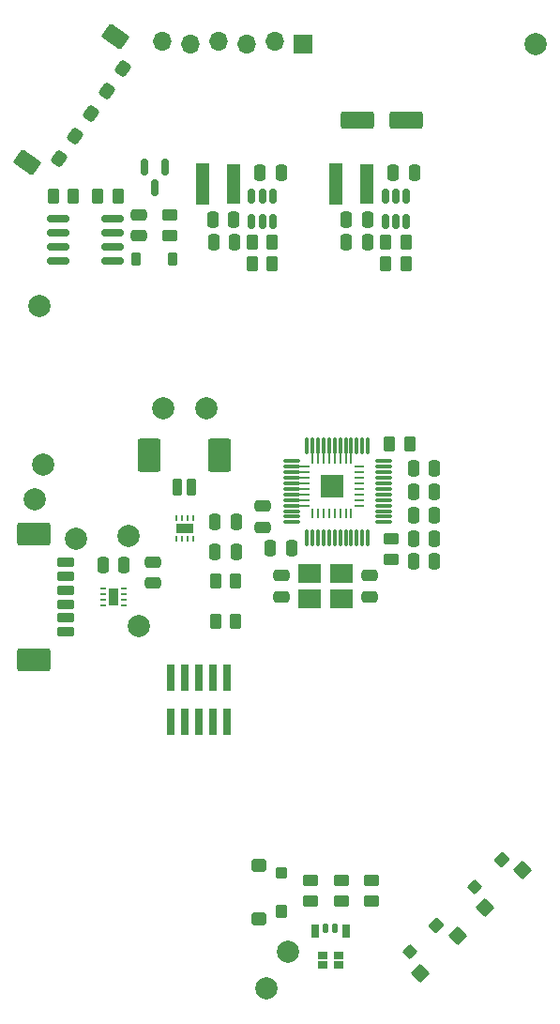
<source format=gbr>
G04 #@! TF.GenerationSoftware,KiCad,Pcbnew,9.0.0*
G04 #@! TF.CreationDate,2025-03-02T22:01:55-06:00*
G04 #@! TF.ProjectId,mobo,6d6f626f-2e6b-4696-9361-645f70636258,rev?*
G04 #@! TF.SameCoordinates,Original*
G04 #@! TF.FileFunction,Soldermask,Top*
G04 #@! TF.FilePolarity,Negative*
%FSLAX46Y46*%
G04 Gerber Fmt 4.6, Leading zero omitted, Abs format (unit mm)*
G04 Created by KiCad (PCBNEW 9.0.0) date 2025-03-02 22:01:55*
%MOMM*%
%LPD*%
G01*
G04 APERTURE LIST*
G04 Aperture macros list*
%AMRoundRect*
0 Rectangle with rounded corners*
0 $1 Rounding radius*
0 $2 $3 $4 $5 $6 $7 $8 $9 X,Y pos of 4 corners*
0 Add a 4 corners polygon primitive as box body*
4,1,4,$2,$3,$4,$5,$6,$7,$8,$9,$2,$3,0*
0 Add four circle primitives for the rounded corners*
1,1,$1+$1,$2,$3*
1,1,$1+$1,$4,$5*
1,1,$1+$1,$6,$7*
1,1,$1+$1,$8,$9*
0 Add four rect primitives between the rounded corners*
20,1,$1+$1,$2,$3,$4,$5,0*
20,1,$1+$1,$4,$5,$6,$7,0*
20,1,$1+$1,$6,$7,$8,$9,0*
20,1,$1+$1,$8,$9,$2,$3,0*%
G04 Aperture macros list end*
%ADD10C,2.000000*%
%ADD11RoundRect,0.250000X0.262500X0.450000X-0.262500X0.450000X-0.262500X-0.450000X0.262500X-0.450000X0*%
%ADD12RoundRect,0.250000X0.250000X0.475000X-0.250000X0.475000X-0.250000X-0.475000X0.250000X-0.475000X0*%
%ADD13RoundRect,0.250000X-0.250000X-0.475000X0.250000X-0.475000X0.250000X0.475000X-0.250000X0.475000X0*%
%ADD14RoundRect,0.100000X-0.250000X-0.500000X0.250000X-0.500000X0.250000X0.500000X-0.250000X0.500000X0*%
%ADD15RoundRect,0.100000X-0.150000X-0.300000X0.150000X-0.300000X0.150000X0.300000X-0.150000X0.300000X0*%
%ADD16RoundRect,0.062500X-0.187500X-0.062500X0.187500X-0.062500X0.187500X0.062500X-0.187500X0.062500X0*%
%ADD17R,0.900000X1.600000*%
%ADD18RoundRect,0.250000X-0.450000X0.262500X-0.450000X-0.262500X0.450000X-0.262500X0.450000X0.262500X0*%
%ADD19RoundRect,0.250000X-0.262500X-0.450000X0.262500X-0.450000X0.262500X0.450000X-0.262500X0.450000X0*%
%ADD20RoundRect,0.225000X0.225000X0.375000X-0.225000X0.375000X-0.225000X-0.375000X0.225000X-0.375000X0*%
%ADD21RoundRect,0.250000X0.450000X-0.262500X0.450000X0.262500X-0.450000X0.262500X-0.450000X-0.262500X0*%
%ADD22RoundRect,0.075000X0.075000X-0.662500X0.075000X0.662500X-0.075000X0.662500X-0.075000X-0.662500X0*%
%ADD23RoundRect,0.075000X0.662500X-0.075000X0.662500X0.075000X-0.662500X0.075000X-0.662500X-0.075000X0*%
%ADD24R,1.200000X3.600000*%
%ADD25R,1.200000X3.700000*%
%ADD26R,2.100000X1.800000*%
%ADD27R,0.740000X2.400000*%
%ADD28RoundRect,0.150000X-0.150000X0.587500X-0.150000X-0.587500X0.150000X-0.587500X0.150000X0.587500X0*%
%ADD29RoundRect,0.250000X-0.475000X0.250000X-0.475000X-0.250000X0.475000X-0.250000X0.475000X0.250000X0*%
%ADD30RoundRect,0.125000X-0.053033X-0.583363X0.583363X0.053033X0.053033X0.583363X-0.583363X-0.053033X0*%
%ADD31RoundRect,0.125000X-0.017678X-0.548008X0.548008X0.017678X0.017678X0.548008X-0.548008X-0.017678X0*%
%ADD32RoundRect,0.150000X-0.035355X0.671751X-0.671751X0.035355X0.035355X-0.671751X0.671751X-0.035355X0*%
%ADD33RoundRect,0.250000X-1.250000X-0.550000X1.250000X-0.550000X1.250000X0.550000X-1.250000X0.550000X0*%
%ADD34RoundRect,0.062500X-0.062500X0.187500X-0.062500X-0.187500X0.062500X-0.187500X0.062500X0.187500X0*%
%ADD35R,1.600000X0.900000*%
%ADD36R,1.700000X1.700000*%
%ADD37O,1.700000X1.700000*%
%ADD38RoundRect,0.200000X-0.600000X0.200000X-0.600000X-0.200000X0.600000X-0.200000X0.600000X0.200000X0*%
%ADD39RoundRect,0.250001X-1.249999X0.799999X-1.249999X-0.799999X1.249999X-0.799999X1.249999X0.799999X0*%
%ADD40RoundRect,0.125000X-0.375000X0.450000X-0.375000X-0.450000X0.375000X-0.450000X0.375000X0.450000X0*%
%ADD41RoundRect,0.125000X-0.375000X0.400000X-0.375000X-0.400000X0.375000X-0.400000X0.375000X0.400000X0*%
%ADD42RoundRect,0.150000X0.500000X-0.450000X0.500000X0.450000X-0.500000X0.450000X-0.500000X-0.450000X0*%
%ADD43RoundRect,0.200000X0.200000X0.600000X-0.200000X0.600000X-0.200000X-0.600000X0.200000X-0.600000X0*%
%ADD44RoundRect,0.250001X0.799999X1.249999X-0.799999X1.249999X-0.799999X-1.249999X0.799999X-1.249999X0*%
%ADD45RoundRect,0.150000X0.825000X0.150000X-0.825000X0.150000X-0.825000X-0.150000X0.825000X-0.150000X0*%
%ADD46RoundRect,0.062500X0.062500X-0.375000X0.062500X0.375000X-0.062500X0.375000X-0.062500X-0.375000X0*%
%ADD47RoundRect,0.062500X0.375000X-0.062500X0.375000X0.062500X-0.375000X0.062500X-0.375000X-0.062500X0*%
%ADD48R,2.000000X2.000000*%
%ADD49RoundRect,0.150000X0.150000X-0.512500X0.150000X0.512500X-0.150000X0.512500X-0.150000X-0.512500X0*%
%ADD50RoundRect,0.250000X0.475000X-0.250000X0.475000X0.250000X-0.475000X0.250000X-0.475000X-0.250000X0*%
%ADD51RoundRect,0.287500X-0.027585X0.461846X-0.443428X-0.132039X0.027585X-0.461846X0.443428X0.132039X0*%
%ADD52RoundRect,0.150000X-0.413570X1.022049X-1.101862X0.039067X0.413570X-1.022049X1.101862X-0.039067X0*%
%ADD53R,0.850000X0.650000*%
G04 APERTURE END LIST*
D10*
X107900000Y-76500000D03*
D11*
X125612499Y-51750000D03*
X123787499Y-51750000D03*
D12*
X140250000Y-78600000D03*
X138350000Y-78600000D03*
D13*
X136550001Y-43500000D03*
X138449999Y-43500000D03*
D14*
X129450000Y-111900000D03*
D15*
X130450000Y-111625000D03*
X131250000Y-111625000D03*
D14*
X132250000Y-111900000D03*
D16*
X110350000Y-81050000D03*
X110350000Y-81550000D03*
X110350000Y-82050000D03*
X110350000Y-82550000D03*
X112250000Y-82550000D03*
X112250000Y-82050000D03*
X112250000Y-81550000D03*
X112250000Y-81050000D03*
D17*
X111300000Y-81800000D03*
D18*
X129100000Y-107387500D03*
X129100000Y-109212500D03*
D19*
X123787499Y-49750000D03*
X125612499Y-49750000D03*
D20*
X116600000Y-51300000D03*
X113300000Y-51300000D03*
D11*
X122312500Y-80300000D03*
X120487500Y-80300000D03*
D21*
X136350000Y-78362500D03*
X136350000Y-76537500D03*
D22*
X128736665Y-76449760D03*
X129236665Y-76449760D03*
X129736665Y-76449760D03*
X130236665Y-76449760D03*
X130736665Y-76449760D03*
X131236665Y-76449760D03*
X131736665Y-76449760D03*
X132236665Y-76449760D03*
X132736665Y-76449760D03*
X133236665Y-76449760D03*
X133736665Y-76449760D03*
X134236665Y-76449760D03*
D23*
X135649165Y-75037260D03*
X135649165Y-74537260D03*
X135649165Y-74037260D03*
X135649165Y-73537260D03*
X135649165Y-73037260D03*
X135649165Y-72537260D03*
X135649165Y-72037260D03*
X135649165Y-71537260D03*
X135649165Y-71037260D03*
X135649165Y-70537260D03*
X135649165Y-70037260D03*
X135649165Y-69537260D03*
D22*
X134236665Y-68124760D03*
X133736665Y-68124760D03*
X133236665Y-68124760D03*
X132736665Y-68124760D03*
X132236665Y-68124760D03*
X131736665Y-68124760D03*
X131236665Y-68124760D03*
X130736665Y-68124760D03*
X130236665Y-68124760D03*
X129736665Y-68124760D03*
X129236665Y-68124760D03*
X128736665Y-68124760D03*
D23*
X127324165Y-69537260D03*
X127324165Y-70037260D03*
X127324165Y-70537260D03*
X127324165Y-71037260D03*
X127324165Y-71537260D03*
X127324165Y-72037260D03*
X127324165Y-72537260D03*
X127324165Y-73037260D03*
X127324165Y-73537260D03*
X127324165Y-74037260D03*
X127324165Y-74537260D03*
X127324165Y-75037260D03*
D24*
X134150000Y-44500000D03*
D25*
X131350000Y-44500000D03*
D18*
X131850000Y-107387500D03*
X131850000Y-109212500D03*
X134600000Y-107387500D03*
X134600000Y-109212500D03*
D26*
X128962260Y-81938095D03*
X131862260Y-81938095D03*
X131862260Y-79638095D03*
X128962260Y-79638095D03*
D13*
X120300000Y-49750000D03*
X122200000Y-49750000D03*
X132300001Y-47750000D03*
X134199999Y-47750000D03*
D27*
X116460000Y-93000000D03*
X116460000Y-89100000D03*
X117730000Y-93000000D03*
X117730000Y-89100000D03*
X119000000Y-93000000D03*
X119000000Y-89100000D03*
X120270000Y-93000000D03*
X120270000Y-89100000D03*
X121540000Y-93000000D03*
X121540000Y-89100000D03*
D10*
X104200000Y-73000000D03*
X115750000Y-64750000D03*
D12*
X140250000Y-70200000D03*
X138350000Y-70200000D03*
D10*
X104900000Y-69800000D03*
D13*
X132300001Y-49750000D03*
X134199999Y-49750000D03*
D10*
X125050000Y-117100000D03*
D12*
X122350000Y-75000000D03*
X120450000Y-75000000D03*
D10*
X127000000Y-113800000D03*
X104550000Y-55550000D03*
D28*
X115950000Y-42962500D03*
X114050000Y-42962500D03*
X115000000Y-44837500D03*
D29*
X124750000Y-73600000D03*
X124750000Y-75500000D03*
D30*
X140412132Y-111407969D03*
D31*
X138007969Y-113812132D03*
D32*
X138927208Y-115721320D03*
X142321320Y-112327208D03*
D10*
X119700000Y-64750000D03*
D11*
X122312500Y-84000000D03*
X120487500Y-84000000D03*
D33*
X133300000Y-38800000D03*
X137700000Y-38800000D03*
D34*
X118450000Y-74650000D03*
X117950000Y-74650000D03*
X117450000Y-74650000D03*
X116950000Y-74650000D03*
X116950000Y-76550000D03*
X117450000Y-76550000D03*
X117950000Y-76550000D03*
X118450000Y-76550000D03*
D35*
X117700000Y-75600000D03*
D36*
X128400000Y-31950000D03*
D37*
X125860000Y-31650000D03*
X123320000Y-31950000D03*
X120780000Y-31650000D03*
X118240000Y-31950000D03*
X115700000Y-31650000D03*
D19*
X105837500Y-45650000D03*
X107662500Y-45650000D03*
D38*
X107000000Y-78675000D03*
X107000000Y-79925000D03*
X107000000Y-81175000D03*
X107000000Y-82425000D03*
X107000000Y-83675000D03*
X107000000Y-84925000D03*
D39*
X104100000Y-76125000D03*
X104100000Y-87475000D03*
D12*
X140250000Y-72300000D03*
X138350000Y-72300000D03*
X122350000Y-77700000D03*
X120450000Y-77700000D03*
D40*
X126400000Y-110100000D03*
D41*
X126400000Y-106700000D03*
D42*
X124400000Y-106000000D03*
X124400000Y-110800000D03*
D19*
X135837500Y-49750000D03*
X137662500Y-49750000D03*
D29*
X113600000Y-47300000D03*
X113600000Y-49200000D03*
D43*
X118325000Y-71900000D03*
X117075000Y-71900000D03*
D44*
X120875000Y-69000000D03*
X114525000Y-69000000D03*
D24*
X122099999Y-44500000D03*
D25*
X119299999Y-44500000D03*
D10*
X113550000Y-84400000D03*
D45*
X111225000Y-51455000D03*
X111225000Y-50185000D03*
X111225000Y-48915000D03*
X111225000Y-47645000D03*
X106275000Y-47645000D03*
X106275000Y-48915000D03*
X106275000Y-50185000D03*
X106275000Y-51455000D03*
D21*
X116350000Y-49162500D03*
X116350000Y-47337500D03*
D19*
X136187500Y-68000000D03*
X138012500Y-68000000D03*
D13*
X125450000Y-77400000D03*
X127350000Y-77400000D03*
D11*
X137662500Y-51750000D03*
X135837500Y-51750000D03*
D13*
X120249999Y-47750000D03*
X122149999Y-47750000D03*
D19*
X109837500Y-45650000D03*
X111662500Y-45650000D03*
D46*
X129236665Y-74224760D03*
X129736665Y-74224760D03*
X130236665Y-74224760D03*
X130736665Y-74224760D03*
X131236665Y-74224760D03*
X131736665Y-74224760D03*
X132236665Y-74224760D03*
X132736665Y-74224760D03*
D47*
X133424165Y-73537260D03*
X133424165Y-73037260D03*
X133424165Y-72537260D03*
X133424165Y-72037260D03*
X133424165Y-71537260D03*
X133424165Y-71037260D03*
X133424165Y-70537260D03*
X133424165Y-70037260D03*
D46*
X132736665Y-69349760D03*
X132236665Y-69349760D03*
X131736665Y-69349760D03*
X131236665Y-69349760D03*
X130736665Y-69349760D03*
X130236665Y-69349760D03*
X129736665Y-69349760D03*
X129236665Y-69349760D03*
D47*
X128549165Y-70037260D03*
X128549165Y-70537260D03*
X128549165Y-71037260D03*
X128549165Y-71537260D03*
X128549165Y-72037260D03*
X128549165Y-72537260D03*
X128549165Y-73037260D03*
X128549165Y-73537260D03*
D48*
X130986665Y-71787260D03*
D12*
X112250000Y-78900000D03*
X110350000Y-78900000D03*
D49*
X135800000Y-47887500D03*
X136750000Y-47887500D03*
X137700000Y-47887500D03*
X137700000Y-45612500D03*
X136750000Y-45612500D03*
X135800000Y-45612500D03*
D50*
X126412260Y-81738095D03*
X126412260Y-79838095D03*
D12*
X140250000Y-74400000D03*
X138350000Y-74400000D03*
D49*
X123749999Y-47887500D03*
X124699999Y-47887500D03*
X125649999Y-47887500D03*
X125649999Y-45612500D03*
X124699999Y-45612500D03*
X123749999Y-45612500D03*
D51*
X112138626Y-34080447D03*
X110704684Y-36128327D03*
X109270743Y-38176207D03*
X107836802Y-40224087D03*
X106402861Y-42271967D03*
D52*
X111405808Y-31247851D03*
X103490453Y-42552149D03*
D29*
X134412260Y-79838095D03*
X134412260Y-81738095D03*
D10*
X149400000Y-31900000D03*
D53*
X131575000Y-114125000D03*
X131575000Y-114975000D03*
X130125000Y-114975000D03*
X130125000Y-114125000D03*
D12*
X140250000Y-76500000D03*
X138350000Y-76500000D03*
D30*
X146312132Y-105507969D03*
D31*
X143907969Y-107912132D03*
D32*
X144827208Y-109821320D03*
X148221320Y-106427208D03*
D13*
X124500000Y-43500000D03*
X126399998Y-43500000D03*
D10*
X112600000Y-76300000D03*
D29*
X114800000Y-78650000D03*
X114800000Y-80550000D03*
M02*

</source>
